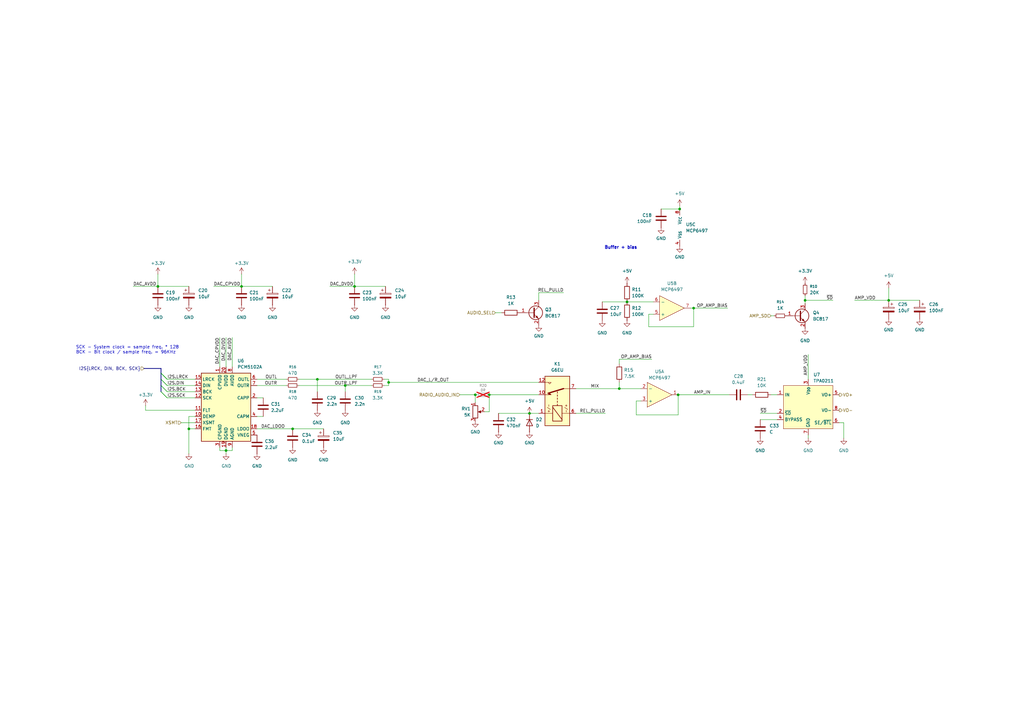
<source format=kicad_sch>
(kicad_sch (version 20250114) (generator "eeschema") (generator_version "9.0")
  (paper "A3")
  (lib_symbols
    (symbol "Audio:PCM5102A"
      (property "Reference" "U" (at -10.16 13.97 0))
      (property "Value" "PCM5102A" (at 3.81 13.97 0))
      (symbol "PCM5102A_0_1"
        (rectangle (start -10.16 12.7) (end 10.16 -15.24) (stroke (width 0.254)) (fill (type background)))
      )
      (symbol "PCM5102A_1_1"
        (pin input line (at -12.7 10.16 0) (length 2.54) (name "LRCK") (number "15"))
        (pin input line (at -12.7 7.62 0) (length 2.54) (name "DIN") (number "14"))
        (pin input line (at -12.7 5.08 0) (length 2.54) (name "BCK") (number "13"))
        (pin input line (at -12.7 2.54 0) (length 2.54) (name "SCK") (number "12"))
        (pin input line (at -12.7 -2.54 0) (length 2.54) (name "FLT") (number "11"))
        (pin input line (at -12.7 -5.08 0) (length 2.54) (name "DEMP") (number "10"))
        (pin input line (at -12.7 -7.62 0) (length 2.54) (name "XSMT") (number "17"))
        (pin input line (at -12.7 -10.16 0) (length 2.54) (name "FMT") (number "16"))
        (pin passive line (at -2.54 15.24 270) (length 2.54) (name "CPVDD") (number "1"))
        (pin power_in line (at -2.54 -17.78 90) (length 2.54) (name "CPGND") (number "3"))
        (pin power_in line (at 0 15.24 270) (length 2.54) (name "DVDD") (number "20"))
        (pin power_in line (at 0 -17.78 90) (length 2.54) (name "DGND") (number "19"))
        (pin power_in line (at 2.54 15.24 270) (length 2.54) (name "AVDD") (number "8"))
        (pin power_in line (at 2.54 -17.78 90) (length 2.54) (name "AGND") (number "9"))
        (pin output line (at 12.7 10.16 180) (length 2.54) (name "OUTL") (number "6"))
        (pin output line (at 12.7 7.62 180) (length 2.54) (name "OUTR") (number "7"))
        (pin passive line (at 12.7 2.54 180) (length 2.54) (name "CAPP") (number "2"))
        (pin passive line (at 12.7 -5.08 180) (length 2.54) (name "CAPM") (number "4"))
        (pin passive line (at 12.7 -10.16 180) (length 2.54) (name "LDOO") (number "18"))
        (pin passive line (at 12.7 -12.7 180) (length 2.54) (name "VNEG") (number "5"))
      )
    )
    (symbol "Device:C" (pin_numbers (hide yes)) (pin_names (offset 0.254))
      (property "Reference" "C" (at 0.635 2.54 0))
      (property "Value" "C" (at 0.635 -2.54 0))
      (symbol "C_0_1"
        (polyline (pts (xy -2.032 0.762) (xy 2.032 0.762)) (stroke (width 0.508)))
        (polyline (pts (xy -2.032 -0.762) (xy 2.032 -0.762)) (stroke (width 0.508)))
      )
      (symbol "C_1_1"
        (pin passive line (at 0 3.81 270) (length 2.794) (name "~") (number "1"))
        (pin passive line (at 0 -3.81 90) (length 2.794) (name "~") (number "2"))
      )
    )
    (symbol "Device:C_Polarized" (pin_numbers (hide yes)) (pin_names (offset 0.254))
      (property "Reference" "C" (at 0.635 2.54 0))
      (property "Value" "C_Polarized" (at 0.635 -2.54 0))
      (symbol "C_Polarized_0_1"
        (rectangle (start -2.286 0.508) (end 2.286 1.016))
        (polyline (pts (xy -1.778 2.286) (xy -0.762 2.286)))
        (polyline (pts (xy -1.27 2.794) (xy -1.27 1.778)))
        (rectangle (start 2.286 -0.508) (end -2.286 -1.016) (fill (type outline)))
      )
      (symbol "C_Polarized_1_1"
        (pin passive line (at 0 3.81 270) (length 2.794) (name "~") (number "1"))
        (pin passive line (at 0 -3.81 90) (length 2.794) (name "~") (number "2"))
      )
    )
    (symbol "Device:D" (pin_numbers (hide yes)) (pin_names (offset 1.016) (hide yes))
      (property "Reference" "D" (at 0 2.54 0))
      (property "Value" "D" (at 0 -2.54 0))
      (symbol "D_0_1"
        (polyline (pts (xy -1.27 1.27) (xy -1.27 -1.27)) (stroke (width 0.254)))
        (polyline (pts (xy 1.27 1.27) (xy 1.27 -1.27) (xy -1.27 0) (xy 1.27 1.27)) (stroke (width 0.254)))
        (polyline (pts (xy 1.27 0) (xy -1.27 0)))
      )
      (symbol "D_1_1"
        (pin passive line (at -3.81 0 0) (length 2.54) (name "K") (number "1"))
        (pin passive line (at 3.81 0 180) (length 2.54) (name "A") (number "2"))
      )
    )
    (symbol "Device:R" (pin_numbers (hide yes)) (pin_names (offset 0))
      (property "Reference" "R" (at 2.032 0 90))
      (property "Value" "R" (at 0 0 90))
      (symbol "R_0_1"
        (rectangle (start -1.016 -2.54) (end 1.016 2.54) (stroke (width 0.254)))
      )
      (symbol "R_1_1"
        (pin passive line (at 0 3.81 270) (length 1.27) (name "~") (number "1"))
        (pin passive line (at 0 -3.81 90) (length 1.27) (name "~") (number "2"))
      )
    )
    (symbol "Device:R_Potentiometer" (pin_names (offset 1.016) (hide yes))
      (property "Reference" "RV" (at -4.445 0 90))
      (property "Value" "R_Potentiometer" (at -2.54 0 90))
      (symbol "R_Potentiometer_0_1"
        (rectangle (start 1.016 2.54) (end -1.016 -2.54) (stroke (width 0.254)))
        (polyline (pts (xy 1.143 0) (xy 2.286 0.508) (xy 2.286 -0.508) (xy 1.143 0)) (fill (type outline)))
        (polyline (pts (xy 2.54 0) (xy 1.524 0)))
      )
      (symbol "R_Potentiometer_1_1"
        (pin passive line (at 0 3.81 270) (length 1.27) (name "1") (number "1"))
        (pin passive line (at 0 -3.81 90) (length 1.27) (name "3") (number "3"))
        (pin passive line (at 3.81 0 180) (length 1.27) (name "2") (number "2"))
      )
    )
    (symbol "Device:R_Small" (pin_numbers (hide yes)) (pin_names (offset 0.254) (hide yes))
      (property "Reference" "R" (at 0 0 90))
      (property "Value" "R_Small" (at 1.778 0 90))
      (symbol "R_Small_0_1"
        (rectangle (start -0.762 1.778) (end 0.762 -1.778) (stroke (width 0.2032)))
      )
      (symbol "R_Small_1_1"
        (pin passive line (at 0 2.54 270) (length 0.762) (name "~") (number "1"))
        (pin passive line (at 0 -2.54 90) (length 0.762) (name "~") (number "2"))
      )
    )
    (symbol "Relay:G6EU"
      (property "Reference" "K" (at 11.43 3.81 0))
      (property "Value" "G6EU" (at 11.43 1.27 0))
      (symbol "G6EU_0_0"
        (polyline (pts (xy 7.62 5.08) (xy 7.62 2.54) (xy 6.985 3.175) (xy 7.62 3.81)))
        (text "+/-" (at -3.048 3.556 0) (effects (font (size 1.016 1.016))))
        (text "-/+" (at -3.048 -3.556 0) (effects (font (size 1.016 1.016))))
      )
      (symbol "G6EU_0_1"
        (rectangle (start -10.16 5.08) (end 10.16 -5.08) (stroke (width 0.254)) (fill (type background)))
        (rectangle (start -8.255 1.905) (end -1.905 -1.905) (stroke (width 0.254)))
        (polyline (pts (xy -7.62 -1.905) (xy -2.54 1.905)) (stroke (width 0.254)))
        (polyline (pts (xy -5.08 5.08) (xy -5.08 1.905)))
        (polyline (pts (xy -5.08 -5.08) (xy -5.08 -1.905)))
        (polyline (pts (xy -1.905 0) (xy -1.27 0)) (stroke (width 0.254)))
        (polyline (pts (xy -0.635 0) (xy 0 0)) (stroke (width 0.254)))
        (polyline (pts (xy 0.635 0) (xy 1.27 0)) (stroke (width 0.254)))
        (polyline (pts (xy 1.905 0) (xy 2.54 0)) (stroke (width 0.254)))
        (polyline (pts (xy 2.54 5.08) (xy 2.54 2.54) (xy 3.175 3.175) (xy 2.54 3.81)) (fill (type outline)))
        (polyline (pts (xy 3.175 0) (xy 3.81 0)) (stroke (width 0.254)))
        (polyline (pts (xy 5.08 -2.54) (xy 3.175 3.81)) (stroke (width 0.508)))
        (polyline (pts (xy 5.08 -2.54) (xy 5.08 -5.08)))
      )
      (symbol "G6EU_1_1"
        (pin passive line (at -5.08 7.62 270) (length 2.54) (name "~") (number "1"))
        (pin passive line (at -5.08 -7.62 90) (length 2.54) (name "~") (number "6"))
        (pin passive line (at 2.54 7.62 270) (length 2.54) (name "~") (number "10"))
        (pin passive line (at 5.08 -7.62 90) (length 2.54) (name "~") (number "7"))
        (pin passive line (at 7.62 7.62 270) (length 2.54) (name "~") (number "12"))
      )
    )
    (symbol "Tesla_sextant_BT_Library:MCP6497"
      (property "Reference" "U" (at 1.778 7.62 0))
      (property "Value" "MCP6497" (at 5.588 5.588 0))
      (symbol "MCP6497_1_1"
        (polyline (pts (xy -3.81 5.08) (xy 6.35 0) (xy -3.81 -5.08) (xy -3.81 5.08)) (fill (type background)))
        (pin input line (at -6.35 2.54 0) (length 2.54) (name "-") (number "2"))
        (pin input line (at -6.35 -2.54 0) (length 2.54) (name "+") (number "3"))
        (pin output line (at 8.89 0 180) (length 2.54) (name "") (number "1"))
      )
      (symbol "MCP6497_2_1"
        (polyline (pts (xy -3.81 5.08) (xy 6.35 0) (xy -3.81 -5.08) (xy -3.81 5.08)) (fill (type background)))
        (pin input line (at -6.35 2.54 0) (length 2.54) (name "-") (number "6"))
        (pin input line (at -6.35 -2.54 0) (length 2.54) (name "+") (number "5"))
        (pin output line (at 8.89 0 180) (length 2.54) (name "") (number "7"))
      )
      (symbol "MCP6497_3_1"
        (pin power_in line (at 0 7.62 270) (length 2.54) (name "V_{CC}") (number "8"))
        (pin power_in line (at 0 -7.62 90) (length 2.54) (name "V_{SS}") (number "4"))
      )
    )
    (symbol "Tesla_sextant_BT_Library:TPA0211"
      (property "Reference" "U" (at 1.524 12.192 0))
      (property "Value" "TPA0211" (at 1.778 10.16 0))
      (symbol "TPA0211_1_1"
        (rectangle (start -10.16 8.89) (end 10.16 -8.89) (fill (type background)))
        (pin input line (at -12.7 5.08 0) (length 2.54) (name "IN") (number "1"))
        (pin input line (at -12.7 -2.54 0) (length 2.54) (name "~{SD}") (number "2"))
        (pin input line (at -12.7 -5.08 0) (length 2.54) (name "BYPASS") (number "4"))
        (pin power_in line (at 0 11.43 270) (length 2.54) (name "V_{DD}") (number "3"))
        (pin power_in line (at 0 -11.43 90) (length 2.54) (name "GND") (number "7"))
        (pin output line (at 12.7 5.08 180) (length 2.54) (name "VO+") (number "5"))
        (pin output line (at 12.7 -1.27 180) (length 2.54) (name "VO-") (number "8"))
        (pin input line (at 12.7 -6.35 180) (length 2.54) (name "SE/~{BTL}") (number "6"))
      )
    )
    (symbol "Transistor_BJT:BC817" (pin_names (offset 0) (hide yes))
      (property "Reference" "Q" (at 5.08 1.905 0))
      (property "Value" "BC817" (at 5.08 0 0))
      (symbol "BC817_0_1"
        (polyline (pts (xy -2.54 0) (xy 0.635 0)))
        (polyline (pts (xy 0.635 1.905) (xy 0.635 -1.905)) (stroke (width 0.508)))
        (circle (center 1.27 0) (radius 2.8194) (stroke (width 0.254)))
      )
      (symbol "BC817_1_1"
        (polyline (pts (xy 0.635 0.635) (xy 2.54 2.54)))
        (polyline (pts (xy 0.635 -0.635) (xy 2.54 -2.54)))
        (polyline (pts (xy 1.27 -1.778) (xy 1.778 -1.27) (xy 2.286 -2.286) (xy 1.27 -1.778)) (fill (type outline)))
        (pin input line (at -5.08 0 0) (length 2.54) (name "B") (number "1"))
        (pin passive line (at 2.54 5.08 270) (length 2.54) (name "C") (number "3"))
        (pin passive line (at 2.54 -5.08 90) (length 2.54) (name "E") (number "2"))
      )
    )
    (symbol "power:+3.3V" (power) (pin_numbers (hide yes)) (pin_names (offset 0) (hide yes))
      (property "Value" "+3.3V" (at 0 3.556 0))
      (symbol "+3.3V_0_1"
        (polyline (pts (xy -0.762 1.27) (xy 0 2.54)))
        (polyline (pts (xy 0 2.54) (xy 0.762 1.27)))
        (polyline (pts (xy 0 0) (xy 0 2.54)))
      )
      (symbol "+3.3V_1_1"
        (pin power_in line (at 0 0 90) (length 0) (name "~") (number "1"))
      )
    )
    (symbol "power:+5V" (power) (pin_numbers (hide yes)) (pin_names (offset 0) (hide yes))
      (property "Value" "+5V" (at 0 3.556 0))
      (symbol "+5V_0_1"
        (polyline (pts (xy -0.762 1.27) (xy 0 2.54)))
        (polyline (pts (xy 0 2.54) (xy 0.762 1.27)))
        (polyline (pts (xy 0 0) (xy 0 2.54)))
      )
      (symbol "+5V_1_1"
        (pin power_in line (at 0 0 90) (length 0) (name "~") (number "1"))
      )
    )
    (symbol "power:GND" (power) (pin_numbers (hide yes)) (pin_names (offset 0) (hide yes))
      (property "Value" "GND" (at 0 -3.81 0))
      (symbol "GND_0_1"
        (polyline (pts (xy 0 0) (xy 0 -1.27) (xy 1.27 -1.27) (xy 0 -2.54) (xy -1.27 -1.27) (xy 0 -1.27)))
      )
      (symbol "GND_1_1"
        (pin power_in line (at 0 0 270) (length 0) (name "~") (number "1"))
      )
    )
  )
  (text "SCK - System clock = sample freq. * 128 \nBCK - Bit clock / sample freq. = 96KHz" (at 31.115 143.51 0) (effects (font (size 1.27 1.27)) (justify left)))
  (text "Buffer + bias" (at 254.635 101.6 0) (effects (font (size 1.27 1.27) (thickness 0.254) (bold yes))))
  (junction (at 99.06 117.475))
  (junction (at 77.47 175.895))
  (junction (at 257.175 123.825))
  (junction (at 92.71 184.785))
  (junction (at 200.66 161.925))
  (junction (at 194.945 161.925))
  (junction (at 330.2 123.19))
  (junction (at 217.17 169.545))
  (junction (at 159.385 156.845))
  (junction (at 364.49 123.19))
  (junction (at 145.415 117.475))
  (junction (at 141.605 158.115))
  (junction (at 120.015 175.895))
  (junction (at 278.765 85.725))
  (junction (at 130.175 155.575))
  (junction (at 278.13 161.925))
  (junction (at 64.77 117.475))
  (junction (at 254 159.385))
  (junction (at 284.48 126.365))
  (bus_entry (at 66.04 153.035) (size 2.54 2.54))
  (bus_entry (at 66.04 155.575) (size 2.54 2.54))
  (bus_entry (at 66.04 153.035) (size 2.54 2.54))
  (bus_entry (at 66.04 155.575) (size 2.54 2.54))
  (bus_entry (at 66.04 160.655) (size 2.54 2.54))
  (bus_entry (at 66.04 160.655) (size 2.54 2.54))
  (bus_entry (at 66.04 153.035) (size 2.54 2.54))
  (bus_entry (at 66.04 158.115) (size 2.54 2.54))
  (bus_entry (at 66.04 158.115) (size 2.54 2.54))
  (wire (pts (xy 90.17 183.515) (xy 90.17 184.785)))
  (wire (pts (xy 204.47 169.545) (xy 217.17 169.545)))
  (wire (pts (xy 278.13 161.925) (xy 299.085 161.925)))
  (wire (pts (xy 271.145 85.725) (xy 278.765 85.725)))
  (wire (pts (xy 364.49 118.11) (xy 364.49 123.19)))
  (wire (pts (xy 330.2 123.19) (xy 341.63 123.19)))
  (wire (pts (xy 217.17 169.545) (xy 220.98 169.545)))
  (wire (pts (xy 105.41 175.895) (xy 120.015 175.895)))
  (wire (pts (xy 95.25 183.515) (xy 95.25 184.785)))
  (wire (pts (xy 68.58 155.575) (xy 80.01 155.575)))
  (bus (pts (xy 66.04 155.575) (xy 66.04 158.115)))
  (wire (pts (xy 188.595 161.925) (xy 194.945 161.925)))
  (wire (pts (xy 64.77 112.395) (xy 64.77 117.475)))
  (wire (pts (xy 74.295 173.355) (xy 80.01 173.355)))
  (wire (pts (xy 284.48 126.365) (xy 284.48 133.985)))
  (wire (pts (xy 130.175 155.575) (xy 130.175 160.655)))
  (wire (pts (xy 200.66 168.91) (xy 198.755 168.91)))
  (wire (pts (xy 267.97 128.905) (xy 266.065 128.905)))
  (bus (pts (xy 66.04 153.035) (xy 66.04 155.575)))
  (wire (pts (xy 254 149.225) (xy 254 147.32)))
  (wire (pts (xy 120.015 175.895) (xy 132.715 175.895)))
  (wire (pts (xy 311.785 169.545) (xy 318.77 169.545)))
  (wire (pts (xy 92.71 138.43) (xy 92.71 150.495)))
  (wire (pts (xy 283.21 126.365) (xy 284.48 126.365)))
  (wire (pts (xy 346.075 173.355) (xy 346.075 179.705)))
  (wire (pts (xy 260.985 164.465) (xy 262.89 164.465)))
  (wire (pts (xy 247.015 123.825) (xy 257.175 123.825)))
  (wire (pts (xy 200.66 161.925) (xy 200.66 168.91)))
  (bus (pts (xy 59.055 151.13) (xy 66.04 151.13)))
  (wire (pts (xy 254 156.845) (xy 254 159.385)))
  (wire (pts (xy 260.985 170.18) (xy 278.13 170.18)))
  (wire (pts (xy 344.17 173.355) (xy 346.075 173.355)))
  (wire (pts (xy 77.47 170.815) (xy 77.47 175.895)))
  (wire (pts (xy 364.49 123.19) (xy 377.19 123.19)))
  (bus (pts (xy 66.04 151.13) (xy 66.04 153.035)))
  (wire (pts (xy 145.415 117.475) (xy 158.115 117.475)))
  (wire (pts (xy 68.58 160.655) (xy 80.01 160.655)))
  (wire (pts (xy 105.41 158.115) (xy 117.475 158.115)))
  (wire (pts (xy 254 147.32) (xy 267.335 147.32)))
  (wire (pts (xy 99.06 112.395) (xy 99.06 117.475)))
  (wire (pts (xy 135.255 117.475) (xy 145.415 117.475)))
  (wire (pts (xy 77.47 175.895) (xy 80.01 175.895)))
  (wire (pts (xy 95.25 138.43) (xy 95.25 150.495)))
  (wire (pts (xy 122.555 155.575) (xy 130.175 155.575)))
  (wire (pts (xy 141.605 158.115) (xy 152.4 158.115)))
  (wire (pts (xy 236.22 159.385) (xy 254 159.385)))
  (wire (pts (xy 159.385 156.845) (xy 159.385 158.115)))
  (wire (pts (xy 92.71 183.515) (xy 92.71 184.785)))
  (wire (pts (xy 278.765 84.455) (xy 278.765 85.725)))
  (wire (pts (xy 200.66 161.925) (xy 220.98 161.925)))
  (wire (pts (xy 99.06 117.475) (xy 87.63 117.475)))
  (wire (pts (xy 316.23 161.925) (xy 318.77 161.925)))
  (wire (pts (xy 350.52 123.19) (xy 364.49 123.19)))
  (wire (pts (xy 311.785 172.085) (xy 318.77 172.085)))
  (wire (pts (xy 260.985 164.465) (xy 260.985 170.18)))
  (wire (pts (xy 105.41 155.575) (xy 117.475 155.575)))
  (wire (pts (xy 284.48 126.365) (xy 298.45 126.365)))
  (wire (pts (xy 77.47 170.815) (xy 80.01 170.815)))
  (wire (pts (xy 306.705 161.925) (xy 308.61 161.925)))
  (wire (pts (xy 122.555 158.115) (xy 141.605 158.115)))
  (wire (pts (xy 90.17 138.43) (xy 90.17 150.495)))
  (wire (pts (xy 64.77 117.475) (xy 77.47 117.475)))
  (wire (pts (xy 68.58 158.115) (xy 80.01 158.115)))
  (wire (pts (xy 107.95 170.815) (xy 105.41 170.815)))
  (wire (pts (xy 92.71 184.785) (xy 92.71 186.055)))
  (wire (pts (xy 159.385 155.575) (xy 159.385 156.845)))
  (bus (pts (xy 66.04 158.115) (xy 66.04 160.655)))
  (wire (pts (xy 107.95 163.195) (xy 105.41 163.195)))
  (wire (pts (xy 330.2 121.285) (xy 330.2 123.19)))
  (wire (pts (xy 141.605 158.115) (xy 141.605 160.655)))
  (wire (pts (xy 130.175 155.575) (xy 152.4 155.575)))
  (wire (pts (xy 331.47 179.705) (xy 331.47 178.435)))
  (wire (pts (xy 195.58 161.925) (xy 194.945 161.925)))
  (wire (pts (xy 203.2 128.27) (xy 205.74 128.27)))
  (wire (pts (xy 257.175 123.825) (xy 267.97 123.825)))
  (wire (pts (xy 77.47 175.895) (xy 77.47 186.055)))
  (wire (pts (xy 278.13 161.925) (xy 278.13 170.18)))
  (wire (pts (xy 54.61 117.475) (xy 64.77 117.475)))
  (wire (pts (xy 330.2 123.19) (xy 330.2 124.46)))
  (wire (pts (xy 220.98 120.015) (xy 220.98 123.19)))
  (wire (pts (xy 68.58 163.195) (xy 80.01 163.195)))
  (wire (pts (xy 90.17 184.785) (xy 92.71 184.785)))
  (wire (pts (xy 159.385 156.845) (xy 220.98 156.845)))
  (wire (pts (xy 266.065 133.985) (xy 284.48 133.985)))
  (wire (pts (xy 316.23 129.54) (xy 317.5 129.54)))
  (wire (pts (xy 99.06 117.475) (xy 111.76 117.475)))
  (wire (pts (xy 231.14 120.015) (xy 220.98 120.015)))
  (wire (pts (xy 157.48 155.575) (xy 159.385 155.575)))
  (wire (pts (xy 159.385 158.115) (xy 157.48 158.115)))
  (wire (pts (xy 254 159.385) (xy 262.89 159.385)))
  (wire (pts (xy 194.945 161.925) (xy 194.945 165.1)))
  (wire (pts (xy 236.22 169.545) (xy 248.285 169.545)))
  (wire (pts (xy 59.69 168.275) (xy 80.01 168.275)))
  (wire (pts (xy 145.415 112.395) (xy 145.415 117.475)))
  (wire (pts (xy 59.69 166.37) (xy 59.69 168.275)))
  (wire (pts (xy 331.47 145.415) (xy 331.47 155.575)))
  (wire (pts (xy 266.065 128.905) (xy 266.065 133.985)))
  (wire (pts (xy 95.25 184.785) (xy 92.71 184.785)))
  (label "REL_PULLD" (at 231.14 120.015 180))
  (label "OUTR" (at 113.665 158.115 180))
  (label "REL_PULLD" (at 248.285 169.545 180))
  (label "AMP_VDD" (at 331.47 145.415 270))
  (label "DAC_L{slash}R_OUT" (at 184.15 156.845 180))
  (label "OP_AMP_BIAS" (at 298.45 126.365 180))
  (label "AMP_VDD" (at 350.52 123.19 0))
  (label "MIX" (at 245.745 159.385 180))
  (label "OP_AMP_BIAS" (at 267.335 147.32 180))
  (label "I2S.LRCK" (at 68.58 155.575 0))
  (label "~{SD}" (at 341.63 123.19 180))
  (label "I2S.BCK" (at 68.58 160.655 0))
  (label "DAC_DVDD" (at 92.71 138.43 270))
  (label "OUTL_LPF" (at 146.685 155.575 180))
  (label "~{SD}" (at 311.785 169.545 0))
  (label "I2S.SCK" (at 68.58 163.195 0))
  (label "OUTR_LPF" (at 146.685 158.115 180))
  (label "DAC_CPVDD" (at 90.17 138.43 270))
  (label "DAC_LDOO" (at 116.84 175.895 180))
  (label "DAC_CPVDD" (at 87.63 117.475 0))
  (label "AMP_IN" (at 291.465 161.925 180))
  (label "DAC_DVDD" (at 135.255 117.475 0))
  (label "DAC_AVDD" (at 95.25 138.43 270))
  (label "DAC_AVDD" (at 54.61 117.475 0))
  (label "I2S.DIN" (at 68.58 158.115 0))
  (label "OUTL" (at 113.665 155.575 180))
  (hierarchical_label "AUDIO_SEL" (shape input) (at 203.2 128.27 180))
  (hierarchical_label "RADIO_AUDIO_IN" (shape input) (at 188.595 161.925 180))
  (hierarchical_label "VO+" (shape output) (at 344.17 161.925 0))
  (hierarchical_label "VO-" (shape output) (at 344.17 168.275 0))
  (hierarchical_label "I2S{LRCK, DIN, BCK, SCK}" (shape input) (at 59.055 151.13 180))
  (hierarchical_label "XSMT" (shape input) (at 74.295 173.355 180))
  (hierarchical_label "AMP_SD" (shape input) (at 316.23 129.54 180))
  (symbol (lib_id "Device:C") (at 145.415 121.285 0) (unit 1)
    (property "Reference" "C23" (at 148.59 120.0149 0) (effects (justify left)))
    (property "Value" "100nF" (at 148.59 122.5549 0) (effects (justify left)))
    (property "Footprint" "Capacitor_SMD:C_0805_2012Metric_Pad1.18x1.45mm_HandSolder" (effects (hide yes)))
    (property "Description" "Unpolarized capacitor" (effects (hide yes)))
  )
  (symbol (lib_id "Tesla_sextant_BT_Library:MCP6497") (at 278.765 93.345 0) (unit 3)
    (property "Reference" "U5" (at 281.305 92.075 0) (effects (justify left)))
    (property "Value" "MCP6497" (at 281.305 94.615 0) (effects (justify left)))
    (property "Footprint" "Package_SO:SOIC-8_3.9x4.9mm_P1.27mm" (effects (hide yes)))
    (property "Datasheet" "https://ww1.microchip.com/downloads/aemDocuments/documents/MSLD/ProductDocuments/DataSheets/MCP6496-Data-Sheet-DS20006758.pdf" (effects (hide yes)))
    (property "Description" "5V rail to rail general purpose OP-AMP" (effects (hide yes)))
  )
  (symbol (lib_id "Device:R") (at 209.55 128.27 90) (unit 1)
    (property "Reference" "R13" (at 209.55 121.92 90))
    (property "Value" "1K" (at 209.55 124.46 90))
    (property "Description" "Resistor" (effects (hide yes)))
  )
  (symbol (lib_id "power:GND") (at 99.06 125.095 0) (unit 1)
    (property "Reference" "#PWR061" (effects (hide yes)))
    (property "Value" "GND" (at 99.06 130.175 0))
    (property "Description" "Power symbol creates a global label with name \"GND\" , ground" (effects (hide yes)))
  )
  (symbol (lib_id "Device:C_Polarized") (at 377.19 127 0) (mirror y) (unit 1)
    (property "Reference" "C26" (at 381 124.8409 0) (effects (justify right)))
    (property "Value" "100nF" (at 381 127.3809 0) (effects (justify right)))
    (property "Footprint" "Capacitor_SMD:CP_Elec_4x5.4" (effects (hide yes)))
    (property "Description" "Polarized capacitor" (effects (hide yes)))
  )
  (symbol (lib_id "power:GND") (at 257.175 131.445 0) (unit 1)
    (property "Reference" "#PWR068" (effects (hide yes)))
    (property "Value" "GND" (at 257.175 136.525 0))
    (property "Description" "Power symbol creates a global label with name \"GND\" , ground" (effects (hide yes)))
  )
  (symbol (lib_id "Device:D") (at 217.17 173.355 270) (unit 1)
    (property "Reference" "D2" (at 219.71 172.0849 90) (effects (justify left)))
    (property "Value" "D" (at 219.71 174.6249 90) (effects (justify left)))
    (property "Description" "Diode" (effects (hide yes)))
    (property "Sim.Device" "D" (effects (hide yes)))
    (property "Sim.Pins" "1=K 2=A" (effects (hide yes)))
  )
  (symbol (lib_id "Device:C") (at 141.605 164.465 0) (unit 1)
    (property "Reference" "C30" (at 145.415 163.1949 0) (effects (justify left)))
    (property "Value" "2.2n" (at 145.415 165.7349 0) (effects (justify left)))
    (property "Description" "Unpolarized capacitor" (effects (hide yes)))
  )
  (symbol (lib_id "Device:R_Small") (at 154.94 158.115 270) (mirror x) (unit 1)
    (property "Reference" "R19" (at 154.94 160.655 90) (effects (font (size 1.016 1.016))))
    (property "Value" "3.3K" (at 154.94 163.195 90))
    (property "Description" "Resistor, small symbol" (effects (hide yes)))
  )
  (symbol (lib_id "Device:R_Small") (at 154.94 155.575 90) (unit 1)
    (property "Reference" "R17" (at 154.94 150.495 90) (effects (font (size 1.016 1.016))))
    (property "Value" "3.3K" (at 154.94 153.035 90))
    (property "Description" "Resistor, small symbol" (effects (hide yes)))
  )
  (symbol (lib_id "Transistor_BJT:BC817") (at 218.44 128.27 0) (unit 1)
    (property "Reference" "Q3" (at 223.52 126.9999 0) (effects (justify left)))
    (property "Value" "BC817" (at 223.52 129.5399 0) (effects (justify left)))
    (property "Footprint" "Package_TO_SOT_SMD:SOT-23" (effects (hide yes)))
    (property "Datasheet" "https://www.onsemi.com/pub/Collateral/BC818-D.pdf" (effects (hide yes)))
    (property "Description" "0.8A Ic, 45V Vce, NPN Transistor, SOT-23" (effects (hide yes)))
  )
  (symbol (lib_id "power:GND") (at 111.76 125.095 0) (unit 1)
    (property "Reference" "#PWR062" (effects (hide yes)))
    (property "Value" "GND" (at 111.76 130.175 0))
    (property "Description" "Power symbol creates a global label with name \"GND\" , ground" (effects (hide yes)))
  )
  (symbol (lib_id "power:GND") (at 220.98 133.35 0) (unit 1)
    (property "Reference" "#PWR069" (effects (hide yes)))
    (property "Value" "GND" (at 220.98 137.795 0))
    (property "Description" "Power symbol creates a global label with name \"GND\" , ground" (effects (hide yes)))
  )
  (symbol (lib_id "Device:C") (at 130.175 164.465 0) (unit 1)
    (property "Reference" "C29" (at 133.985 163.1949 0) (effects (justify left)))
    (property "Value" "2.2n" (at 133.985 165.7349 0) (effects (justify left)))
    (property "Description" "Unpolarized capacitor" (effects (hide yes)))
  )
  (symbol (lib_id "Audio:PCM5102A") (at 92.71 165.735 0) (unit 1)
    (property "Reference" "U6" (at 97.3933 147.955 0) (effects (justify left)))
    (property "Value" "PCM5102A" (at 97.3933 150.495 0) (effects (justify left)))
    (property "Footprint" "Package_SO:TSSOP-20_4.4x6.5mm_P0.65mm" (effects (hide yes)))
    (property "Datasheet" "https://www.ti.com/lit/ds/symlink/pcm5102a.pdf" (effects (hide yes)))
    (property "Description" "2.1 VRMS, 112dB Audio Stereo DAC with PLL and 32-bit, 384kHz PCM Interface, TSSOP-20" (effects (hide yes)))
  )
  (symbol (lib_id "Device:R_Potentiometer") (at 194.945 168.91 0) (unit 1)
    (property "Reference" "RV1" (at 193.04 167.6399 0) (effects (justify right)))
    (property "Value" "5K" (at 193.04 170.1799 0) (effects (justify right)))
    (property "Description" "Potentiometer" (effects (hide yes)))
  )
  (symbol (lib_id "Device:C") (at 311.785 175.895 0) (unit 1)
    (property "Reference" "C33" (at 315.595 174.6249 0) (effects (justify left)))
    (property "Value" "C" (at 315.595 177.1649 0) (effects (justify left)))
    (property "Description" "Unpolarized capacitor" (effects (hide yes)))
  )
  (symbol (lib_id "Device:R") (at 254 153.035 0) (unit 1)
    (property "Reference" "R15" (at 255.905 151.7649 0) (effects (justify left)))
    (property "Value" "7.5K" (at 255.905 154.3049 0) (effects (justify left)))
    (property "Description" "Resistor" (effects (hide yes)))
  )
  (symbol (lib_id "power:+5V") (at 257.175 116.205 0) (unit 1)
    (property "Reference" "#PWR056" (effects (hide yes)))
    (property "Value" "+5V" (at 257.175 111.125 0))
    (property "Description" "Power symbol creates a global label with name \"+5V\"" (effects (hide yes)))
  )
  (symbol (lib_id "Device:R_Small") (at 120.015 158.115 270) (mirror x) (unit 1)
    (property "Reference" "R18" (at 120.015 160.655 90) (effects (font (size 1.016 1.016))))
    (property "Value" "470" (at 120.015 163.195 90))
    (property "Description" "Resistor, small symbol" (effects (hide yes)))
  )
  (symbol (lib_id "Device:R_Small") (at 120.015 155.575 90) (unit 1)
    (property "Reference" "R16" (at 120.015 150.495 90) (effects (font (size 1.016 1.016))))
    (property "Value" "470" (at 120.015 153.035 90))
    (property "Description" "Resistor, small symbol" (effects (hide yes)))
  )
  (symbol (lib_id "Device:R_Small") (at 320.04 129.54 90) (unit 1)
    (property "Reference" "R14" (at 320.04 123.825 90) (effects (font (size 1.016 1.016))))
    (property "Value" "1K" (at 320.04 126.365 90))
    (property "Description" "Resistor, small symbol" (effects (hide yes)))
  )
  (symbol (lib_id "Device:C") (at 107.95 167.005 0) (unit 1)
    (property "Reference" "C31" (at 111.125 165.7349 0) (effects (justify left)))
    (property "Value" "2.2uF" (at 111.125 168.2749 0) (effects (justify left)))
    (property "Description" "Unpolarized capacitor" (effects (hide yes)))
  )
  (symbol (lib_id "Tesla_sextant_BT_Library:MCP6497") (at 269.24 161.925 0) (unit 1)
    (property "Reference" "U5" (at 270.51 152.4 0))
    (property "Value" "MCP6497" (at 270.51 154.94 0))
    (property "Footprint" "Package_SO:SOIC-8_3.9x4.9mm_P1.27mm" (effects (hide yes)))
    (property "Datasheet" "https://ww1.microchip.com/downloads/aemDocuments/documents/MSLD/ProductDocuments/DataSheets/MCP6496-Data-Sheet-DS20006758.pdf" (effects (hide yes)))
    (property "Description" "5V rail to rail general purpose OP-AMP" (effects (hide yes)))
  )
  (symbol (lib_id "power:GND") (at 330.2 134.62 0) (unit 1)
    (property "Reference" "#PWR070" (effects (hide yes)))
    (property "Value" "GND" (at 330.2 139.7 0))
    (property "Description" "Power symbol creates a global label with name \"GND\" , ground" (effects (hide yes)))
  )
  (symbol (lib_id "power:+3.3V") (at 99.06 112.395 0) (unit 1)
    (property "Reference" "#PWR054" (effects (hide yes)))
    (property "Value" "+3.3V" (at 99.06 107.95 0))
    (property "Description" "Power symbol creates a global label with name \"+3.3V\"" (effects (hide yes)))
  )
  (symbol (lib_id "power:GND") (at 278.765 100.965 0) (unit 1)
    (property "Reference" "#PWR052" (effects (hide yes)))
    (property "Value" "GND" (at 278.765 105.41 0))
    (property "Description" "Power symbol creates a global label with name \"GND\" , ground" (effects (hide yes)))
  )
  (symbol (lib_id "Device:C") (at 120.015 179.705 0) (unit 1)
    (property "Reference" "C34" (at 123.825 178.4349 0) (effects (justify left)))
    (property "Value" "0.1uF" (at 123.825 180.9749 0) (effects (justify left)))
    (property "Footprint" "Capacitor_SMD:C_0805_2012Metric_Pad1.18x1.45mm_HandSolder" (effects (hide yes)))
    (property "Description" "Unpolarized capacitor" (effects (hide yes)))
  )
  (symbol (lib_id "power:GND") (at 158.115 125.095 0) (unit 1)
    (property "Reference" "#PWR064" (effects (hide yes)))
    (property "Value" "GND" (at 158.115 130.175 0))
    (property "Description" "Power symbol creates a global label with name \"GND\" , ground" (effects (hide yes)))
  )
  (symbol (lib_id "Device:C") (at 247.015 127.635 0) (unit 1)
    (property "Reference" "C27" (at 250.19 126.3649 0) (effects (justify left)))
    (property "Value" "10uF" (at 250.19 128.9049 0) (effects (justify left)))
    (property "Description" "Unpolarized capacitor" (effects (hide yes)))
  )
  (symbol (lib_id "power:+3.3V") (at 330.2 116.205 0) (unit 1)
    (property "Reference" "#PWR057" (effects (hide yes)))
    (property "Value" "+3.3V" (at 330.2 111.125 0))
    (property "Description" "Power symbol creates a global label with name \"+3.3V\"" (effects (hide yes)))
  )
  (symbol (lib_id "Device:C") (at 302.895 161.925 90) (unit 1)
    (property "Reference" "C28" (at 302.895 154.305 90))
    (property "Value" "0.4uF" (at 302.895 156.845 90))
    (property "Description" "Unpolarized capacitor" (effects (hide yes)))
  )
  (symbol (lib_id "Device:C_Polarized") (at 158.115 121.285 0) (unit 1)
    (property "Reference" "C24" (at 161.925 119.1259 0) (effects (justify left)))
    (property "Value" "10uF" (at 161.925 121.6659 0) (effects (justify left)))
    (property "Footprint" "Capacitor_SMD:CP_Elec_6.3x7.7" (effects (hide yes)))
    (property "Description" "Polarized capacitor" (effects (hide yes)))
  )
  (symbol (lib_id "power:GND") (at 120.015 183.515 0) (unit 1)
    (property "Reference" "#PWR081" (effects (hide yes)))
    (property "Value" "GND" (at 120.015 188.595 0))
    (property "Description" "Power symbol creates a global label with name \"GND\" , ground" (effects (hide yes)))
  )
  (symbol (lib_id "power:+3.3V") (at 64.77 112.395 0) (unit 1)
    (property "Reference" "#PWR053" (effects (hide yes)))
    (property "Value" "+3.3V" (at 64.77 107.95 0))
    (property "Description" "Power symbol creates a global label with name \"+3.3V\"" (effects (hide yes)))
  )
  (symbol (lib_id "power:GND") (at 77.47 125.095 0) (unit 1)
    (property "Reference" "#PWR060" (effects (hide yes)))
    (property "Value" "GND" (at 77.47 130.175 0))
    (property "Description" "Power symbol creates a global label with name \"GND\" , ground" (effects (hide yes)))
  )
  (symbol (lib_id "Device:R") (at 257.175 127.635 0) (unit 1)
    (property "Reference" "R12" (at 259.08 126.3649 0) (effects (justify left)))
    (property "Value" "100K" (at 259.08 128.9049 0) (effects (justify left)))
    (property "Description" "Resistor" (effects (hide yes)))
  )
  (symbol (lib_id "Relay:G6EU") (at 228.6 164.465 90) (unit 1)
    (property "Reference" "K1" (at 228.6 149.225 90))
    (property "Value" "G6EU" (at 228.6 151.765 90))
    (property "Footprint" "Relay_THT:Relay_SPDT_Omron_G6E" (effects (hide yes)))
    (property "Datasheet" "https://www.omron.com/ecb/products/pdf/en-g6e.pdf" (effects (hide yes)))
    (property "Description" "Omron G6E relay, Subminiature, Sensitive SPDT Signal Switching Relay, Single-winding latching" (effects (hide yes)))
  )
  (symbol (lib_id "power:GND") (at 77.47 186.055 0) (unit 1)
    (property "Reference" "#PWR083" (effects (hide yes)))
    (property "Value" "GND" (at 75.565 191.135 0) (effects (justify left)))
    (property "Description" "Power symbol creates a global label with name \"GND\" , ground" (effects (hide yes)))
  )
  (symbol (lib_id "power:+5V") (at 217.17 169.545 0) (unit 1)
    (property "Reference" "#PWR074" (effects (hide yes)))
    (property "Value" "+5V" (at 217.17 164.465 0))
    (property "Description" "Power symbol creates a global label with name \"+5V\"" (effects (hide yes)))
  )
  (symbol (lib_id "Device:C") (at 105.41 182.245 0) (unit 1)
    (property "Reference" "C36" (at 108.585 180.9749 0) (effects (justify left)))
    (property "Value" "2.2uF" (at 108.585 183.5149 0) (effects (justify left)))
    (property "Footprint" "Capacitor_SMD:C_0805_2012Metric_Pad1.18x1.45mm_HandSolder" (effects (hide yes)))
    (property "Description" "Unpolarized capacitor" (effects (hide yes)))
  )
  (symbol (lib_id "power:GND") (at 271.145 93.345 0) (unit 1)
    (property "Reference" "#PWR051" (effects (hide yes)))
    (property "Value" "GND" (at 271.145 97.79 0))
    (property "Description" "Power symbol creates a global label with name \"GND\" , ground" (effects (hide yes)))
  )
  (symbol (lib_id "power:GND") (at 64.77 125.095 0) (unit 1)
    (property "Reference" "#PWR059" (effects (hide yes)))
    (property "Value" "GND" (at 64.77 130.175 0))
    (property "Description" "Power symbol creates a global label with name \"GND\" , ground" (effects (hide yes)))
  )
  (symbol (lib_id "Device:C_Polarized") (at 111.76 121.285 0) (unit 1)
    (property "Reference" "C22" (at 115.57 119.1259 0) (effects (justify left)))
    (property "Value" "10uF" (at 115.57 121.6659 0) (effects (justify left)))
    (property "Footprint" "Capacitor_SMD:CP_Elec_6.3x7.7" (effects (hide yes)))
    (property "Description" "Polarized capacitor" (effects (hide yes)))
  )
  (symbol (lib_id "power:GND") (at 377.19 130.81 0) (mirror y) (unit 1)
    (property "Reference" "#PWR066" (effects (hide yes)))
    (property "Value" "GND" (at 377.19 135.255 0))
    (property "Description" "Power symbol creates a global label with name \"GND\" , ground" (effects (hide yes)))
  )
  (symbol (lib_id "Tesla_sextant_BT_Library:TPA0211") (at 331.47 167.005 0) (unit 1)
    (property "Reference" "U7" (at 333.6133 153.67 0) (effects (justify left)))
    (property "Value" "TPA0211" (at 333.6133 156.21 0) (effects (justify left)))
    (property "Footprint" "Package_SO:HVSSOP-8-1EP_3x3mm_P0.65mm_EP1.57x1.89mm_ThermalVias" (effects (hide yes)))
    (property "Datasheet" "https://www.ti.com/lit/gpn/tpa0211" (effects (hide yes)))
    (property "Description" "Class AB Audio Amplifier" (effects (hide yes)))
  )
  (symbol (lib_id "power:GND") (at 247.015 131.445 0) (unit 1)
    (property "Reference" "#PWR067" (effects (hide yes)))
    (property "Value" "GND" (at 247.015 136.525 0))
    (property "Description" "Power symbol creates a global label with name \"GND\" , ground" (effects (hide yes)))
  )
  (symbol (lib_id "power:GND") (at 105.41 186.055 0) (unit 1)
    (property "Reference" "#PWR085" (effects (hide yes)))
    (property "Value" "GND" (at 105.41 191.135 0))
    (property "Description" "Power symbol creates a global label with name \"GND\" , ground" (effects (hide yes)))
  )
  (symbol (lib_id "power:GND") (at 141.605 168.275 0) (unit 1)
    (property "Reference" "#PWR073" (effects (hide yes)))
    (property "Value" "GND" (at 141.605 173.355 0))
    (property "Description" "Power symbol creates a global label with name \"GND\" , ground" (effects (hide yes)))
  )
  (symbol (lib_id "Device:C") (at 271.145 89.535 0) (mirror y) (unit 1)
    (property "Reference" "C18" (at 267.335 88.2649 0) (effects (justify left)))
    (property "Value" "100nF" (at 267.335 90.8049 0) (effects (justify left)))
    (property "Footprint" "Capacitor_SMD:C_0805_2012Metric_Pad1.18x1.45mm_HandSolder" (effects (hide yes)))
    (property "Description" "Unpolarized capacitor" (effects (hide yes)))
  )
  (symbol (lib_id "Device:C_Polarized") (at 364.49 127 0) (mirror y) (unit 1)
    (property "Reference" "C25" (at 368.3 124.8409 0) (effects (justify right)))
    (property "Value" "10uF" (at 368.3 127.3809 0) (effects (justify right)))
    (property "Footprint" "Capacitor_SMD:CP_Elec_6.3x7.7" (effects (hide yes)))
    (property "Description" "Polarized capacitor" (effects (hide yes)))
  )
  (symbol (lib_id "power:+5V") (at 278.765 84.455 0) (unit 1)
    (property "Reference" "#PWR050" (effects (hide yes)))
    (property "Value" "+5V" (at 278.765 79.375 0))
    (property "Description" "Power symbol creates a global label with name \"+5V\"" (effects (hide yes)))
  )
  (symbol (lib_id "power:GND") (at 311.785 179.705 0) (unit 1)
    (property "Reference" "#PWR078" (effects (hide yes)))
    (property "Value" "GND" (at 311.785 184.785 0))
    (property "Description" "Power symbol creates a global label with name \"GND\" , ground" (effects (hide yes)))
  )
  (symbol (lib_id "Device:C") (at 204.47 173.355 0) (unit 1)
    (property "Reference" "C32" (at 207.645 172.0849 0) (effects (justify left)))
    (property "Value" "470nF" (at 207.645 174.6249 0) (effects (justify left)))
    (property "Description" "Unpolarized capacitor" (effects (hide yes)))
  )
  (symbol (lib_id "power:+3.3V") (at 59.69 166.37 0) (unit 1)
    (property "Reference" "#PWR071" (effects (hide yes)))
    (property "Value" "+3.3V" (at 59.69 161.925 0))
    (property "Description" "Power symbol creates a global label with name \"+3.3V\"" (effects (hide yes)))
  )
  (symbol (lib_id "Tesla_sextant_BT_Library:MCP6497") (at 274.32 126.365 0) (unit 2)
    (property "Reference" "U5" (at 275.59 116.205 0))
    (property "Value" "MCP6497" (at 275.59 118.745 0))
    (property "Footprint" "Package_SO:SOIC-8_3.9x4.9mm_P1.27mm" (effects (hide yes)))
    (property "Datasheet" "https://ww1.microchip.com/downloads/aemDocuments/documents/MSLD/ProductDocuments/DataSheets/MCP6496-Data-Sheet-DS20006758.pdf" (effects (hide yes)))
    (property "Description" "5V rail to rail general purpose OP-AMP" (effects (hide yes)))
  )
  (symbol (lib_id "Transistor_BJT:BC817") (at 327.66 129.54 0) (unit 1)
    (property "Reference" "Q4" (at 333.375 128.2699 0) (effects (justify left)))
    (property "Value" "BC817" (at 333.375 130.8099 0) (effects (justify left)))
    (property "Footprint" "Package_TO_SOT_SMD:SOT-23" (effects (hide yes)))
    (property "Datasheet" "https://www.onsemi.com/pub/Collateral/BC818-D.pdf" (effects (hide yes)))
    (property "Description" "0.8A Ic, 45V Vce, NPN Transistor, SOT-23" (effects (hide yes)))
  )
  (symbol (lib_id "power:GND") (at 130.175 168.275 0) (unit 1)
    (property "Reference" "#PWR072" (effects (hide yes)))
    (property "Value" "GND" (at 130.175 173.355 0))
    (property "Description" "Power symbol creates a global label with name \"GND\" , ground" (effects (hide yes)))
  )
  (symbol (lib_id "Device:C_Polarized") (at 77.47 121.285 0) (unit 1)
    (property "Reference" "C20" (at 81.28 119.1259 0) (effects (justify left)))
    (property "Value" "10uF" (at 81.28 121.6659 0) (effects (justify left)))
    (property "Footprint" "Capacitor_SMD:CP_Elec_6.3x7.7" (effects (hide yes)))
    (property "Description" "Polarized capacitor" (effects (hide yes)))
  )
  (symbol (lib_id "power:GND") (at 92.71 186.055 0) (unit 1)
    (property "Reference" "#PWR084" (effects (hide yes)))
    (property "Value" "GND" (at 90.805 191.135 0) (effects (justify left)))
    (property "Description" "Power symbol creates a global label with name \"GND\" , ground" (effects (hide yes)))
  )
  (symbol (lib_id "Device:R_Small") (at 198.12 161.925 90) (unit 1) (dnp yes)
    (property "Reference" "R20" (at 198.12 158.115 90) (effects (font (size 1.016 1.016))))
    (property "Value" "0R" (at 198.12 160.02 90) (effects (font (size 1.016 1.016))))
    (property "Description" "Resistor, small symbol" (effects (hide yes)))
  )
  (symbol (lib_id "Device:C") (at 99.06 121.285 0) (unit 1)
    (property "Reference" "C21" (at 102.235 120.0149 0) (effects (justify left)))
    (property "Value" "100nF" (at 102.235 122.5549 0) (effects (justify left)))
    (property "Footprint" "Capacitor_SMD:C_0805_2012Metric_Pad1.18x1.45mm_HandSolder" (effects (hide yes)))
    (property "Description" "Unpolarized capacitor" (effects (hide yes)))
  )
  (symbol (lib_id "Device:R") (at 257.175 120.015 0) (unit 1)
    (property "Reference" "R11" (at 259.08 118.7449 0) (effects (justify left)))
    (property "Value" "100K" (at 259.08 121.2849 0) (effects (justify left)))
    (property "Description" "Resistor" (effects (hide yes)))
  )
  (symbol (lib_id "power:GND") (at 364.49 130.81 0) (mirror y) (unit 1)
    (property "Reference" "#PWR065" (effects (hide yes)))
    (property "Value" "GND" (at 364.49 135.255 0))
    (property "Description" "Power symbol creates a global label with name \"GND\" , ground" (effects (hide yes)))
  )
  (symbol (lib_id "Device:R_Small") (at 330.2 118.745 0) (unit 1)
    (property "Reference" "R10" (at 332.105 117.4749 0) (effects (font (size 1.016 1.016)) (justify left)))
    (property "Value" "20K" (at 332.105 120.0149 0) (effects (justify left)))
    (property "Description" "Resistor, small symbol" (effects (hide yes)))
  )
  (symbol (lib_id "Device:R") (at 312.42 161.925 90) (unit 1)
    (property "Reference" "R21" (at 312.42 155.575 90))
    (property "Value" "10K" (at 312.42 158.115 90))
    (property "Description" "Resistor" (effects (hide yes)))
  )
  (symbol (lib_id "power:GND") (at 346.075 179.705 0) (unit 1)
    (property "Reference" "#PWR080" (effects (hide yes)))
    (property "Value" "GND" (at 346.075 184.785 0))
    (property "Description" "Power symbol creates a global label with name \"GND\" , ground" (effects (hide yes)))
  )
  (symbol (lib_id "power:GND") (at 331.47 179.705 0) (unit 1)
    (property "Reference" "#PWR079" (effects (hide yes)))
    (property "Value" "GND" (at 331.47 184.785 0))
    (property "Description" "Power symbol creates a global label with name \"GND\" , ground" (effects (hide yes)))
  )
  (symbol (lib_id "Device:C") (at 64.77 121.285 0) (unit 1)
    (property "Reference" "C19" (at 67.945 120.0149 0) (effects (justify left)))
    (property "Value" "100nF" (at 67.945 122.5549 0) (effects (justify left)))
    (property "Footprint" "Capacitor_SMD:C_0805_2012Metric_Pad1.18x1.45mm_HandSolder" (effects (hide yes)))
    (property "Description" "Unpolarized capacitor" (effects (hide yes)))
  )
  (symbol (lib_id "power:GND") (at 217.17 177.165 0) (unit 1)
    (property "Reference" "#PWR077" (effects (hide yes)))
    (property "Value" "GND" (at 217.17 181.61 0))
    (property "Description" "Power symbol creates a global label with name \"GND\" , ground" (effects (hide yes)))
  )
  (symbol (lib_id "Device:C_Polarized") (at 132.715 179.705 0) (unit 1)
    (property "Reference" "C35" (at 136.525 177.5459 0) (effects (justify left)))
    (property "Value" "10uF" (at 136.525 180.0859 0) (effects (justify left)))
    (property "Footprint" "Capacitor_SMD:CP_Elec_6.3x7.7" (effects (hide yes)))
    (property "Description" "Polarized capacitor" (effects (hide yes)))
  )
  (symbol (lib_id "power:GND") (at 204.47 177.165 0) (unit 1)
    (property "Reference" "#PWR076" (effects (hide yes)))
    (property "Value" "GND" (at 204.47 181.61 0))
    (property "Description" "Power symbol creates a global label with name \"GND\" , ground" (effects (hide yes)))
  )
  (symbol (lib_id "power:GND") (at 194.945 172.72 0) (unit 1)
    (property "Reference" "#PWR075" (effects (hide yes)))
    (property "Value" "GND" (at 194.945 177.165 0))
    (property "Description" "Power symbol creates a global label with name \"GND\" , ground" (effects (hide yes)))
  )
  (symbol (lib_id "power:GND") (at 145.415 125.095 0) (unit 1)
    (property "Reference" "#PWR063" (effects (hide yes)))
    (property "Value" "GND" (at 145.415 130.175 0))
    (property "Description" "Power symbol creates a global label with name \"GND\" , ground" (effects (hide yes)))
  )
  (symbol (lib_id "power:+5V") (at 364.49 118.11 0) (unit 1)
    (property "Reference" "#PWR058" (effects (hide yes)))
    (property "Value" "+5V" (at 364.49 113.03 0))
    (property "Description" "Power symbol creates a global label with name \"+5V\"" (effects (hide yes)))
  )
  (symbol (lib_id "power:+3.3V") (at 145.415 112.395 0) (unit 1)
    (property "Reference" "#PWR055" (effects (hide yes)))
    (property "Value" "+3.3V" (at 145.415 107.315 0))
    (property "Description" "Power symbol creates a global label with name \"+3.3V\"" (effects (hide yes)))
  )
  (symbol (lib_id "power:GND") (at 132.715 183.515 0) (unit 1)
    (property "Reference" "#PWR082" (effects (hide yes)))
    (property "Value" "GND" (at 132.715 188.595 0))
    (property "Description" "Power symbol creates a global label with name \"GND\" , ground" (effects (hide yes)))
  )
)
</source>
